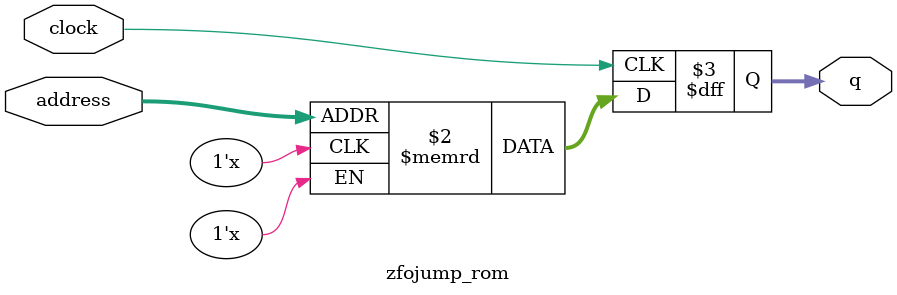
<source format=sv>
module zfojump_rom (
	input logic clock,
	input logic [11:0] address,
	output logic [3:0] q
);

logic [3:0] memory [0:4095] /* synthesis ram_init_file = "./zfojump/zfojump.mif" */;

always_ff @ (posedge clock) begin
	q <= memory[address];
end

endmodule

</source>
